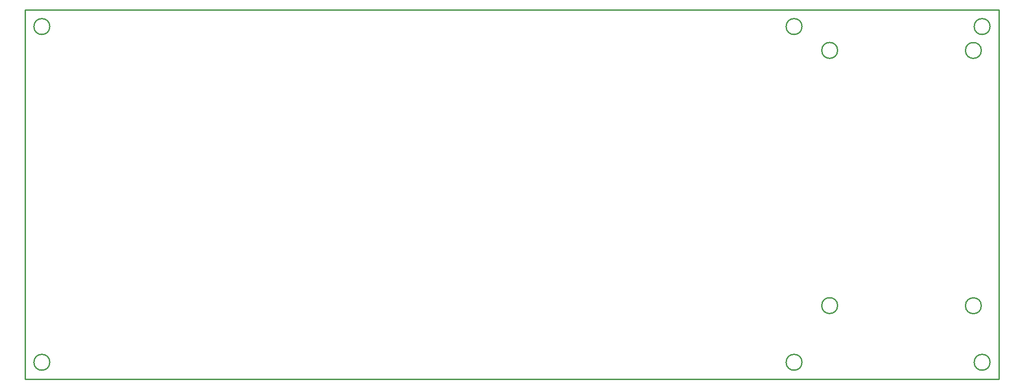
<source format=gko>
G04*
G04 #@! TF.GenerationSoftware,Altium Limited,Altium Designer,21.6.1 (37)*
G04*
G04 Layer_Color=16711935*
%FSTAX24Y24*%
%MOIN*%
G70*
G04*
G04 #@! TF.SameCoordinates,81F21C5A-03A8-4AE1-96E5-B6EC8A9FC791*
G04*
G04*
G04 #@! TF.FilePolarity,Positive*
G04*
G01*
G75*
%ADD11C,0.0100*%
D11*
X070743Y044724D02*
G03*
X070743Y044724I-000591J0D01*
G01*
X081441Y02571D02*
G03*
X081441Y02571I-000591J0D01*
G01*
X070741Y02572D02*
G03*
X070741Y02572I-000591J0D01*
G01*
X081441Y04472D02*
G03*
X081441Y04472I-000591J0D01*
G01*
X012091Y0465D02*
G03*
X012091Y0465I-000591J0D01*
G01*
Y0215D02*
G03*
X012091Y0215I-000591J0D01*
G01*
X082091Y0465D02*
G03*
X082091Y0465I-000591J0D01*
G01*
Y0215D02*
G03*
X082091Y0215I-000591J0D01*
G01*
X068091D02*
G03*
X068091Y0215I-000591J0D01*
G01*
Y0465D02*
G03*
X068091Y0465I-000591J0D01*
G01*
X01025Y04775D02*
X01025Y02025D01*
X08275D01*
X08275Y04775D02*
X08275Y02025D01*
X01025Y04775D02*
X08275D01*
M02*

</source>
